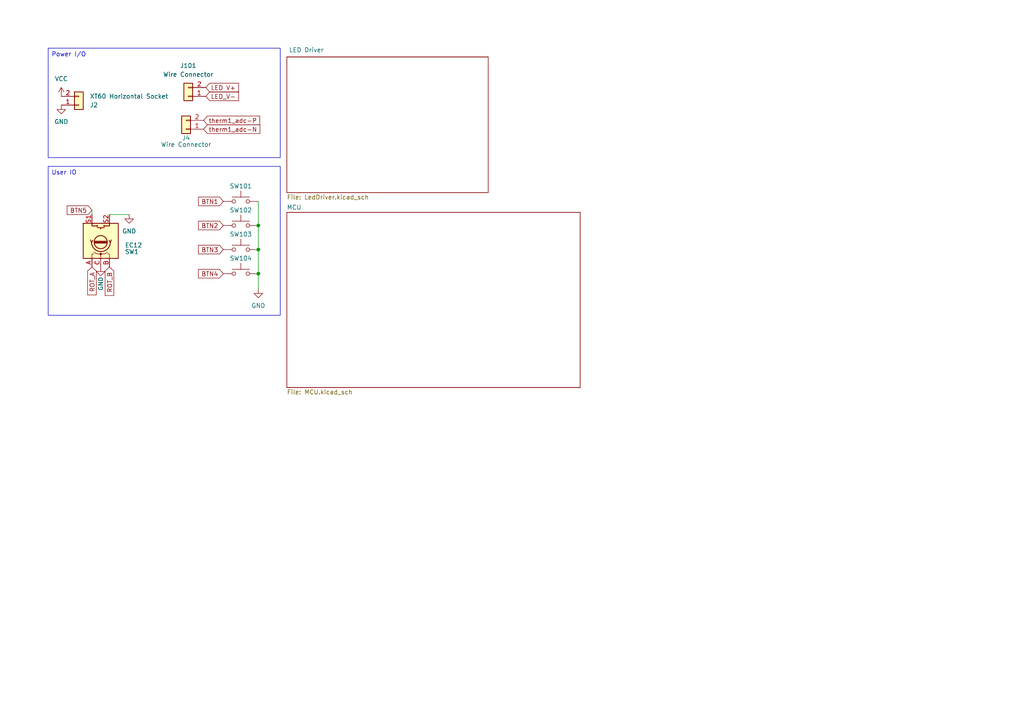
<source format=kicad_sch>
(kicad_sch (version 20231120) (generator "eeschema") (generator_version "8.0")
  (paper "A4")
  (title_block (title "IO, input and PSU") (rev "2many"))
  (lib_symbols
    (symbol "Connector_Generic:Conn_01x02" (pin_names (offset 1.016) hide)
      (property "Reference" "J" (at 0 2.54 0))
      (property "Value" "Conn_01x02" (at 0 -5.08 0))
      (symbol "Conn_01x02_1_1"
        (rectangle (start -1.27 -2.413) (end 0 -2.667) (stroke (width 0.1524)))
        (rectangle (start -1.27 0.127) (end 0 -0.127) (stroke (width 0.1524)))
        (rectangle (start -1.27 1.27) (end 1.27 -3.81) (stroke (width 0.254)) (fill (type background)))
        (pin passive line (at -5.08 0 0) (length 3.81) (name "Pin_1") (number "1"))
        (pin passive line (at -5.08 -2.54 0) (length 3.81) (name "Pin_2") (number "2"))
      )
    )
    (symbol "Device:RotaryEncoder_Switch" (pin_names (offset 0.254) hide)
      (property "Reference" "SW" (at 0 6.604 0))
      (property "Value" "RotaryEncoder_Switch" (at 0 -6.604 0))
      (symbol "RotaryEncoder_Switch_0_1"
        (rectangle (start -5.08 5.08) (end 5.08 -5.08) (stroke (width 0.254)) (fill (type background)))
        (circle (center -3.81 0) (radius 0.254) (fill (type outline)))
        (circle (center -0.381 0) (radius 1.905) (stroke (width 0.254)))
        (arc (start -0.381 2.667) (mid -3.0988 -0.0635) (end -0.381 -2.794) (stroke (width 0.254)))
        (polyline (pts (xy -0.635 -1.778) (xy -0.635 1.778)) (stroke (width 0.254)))
        (polyline (pts (xy -0.381 -1.778) (xy -0.381 1.778)) (stroke (width 0.254)))
        (polyline (pts (xy -0.127 1.778) (xy -0.127 -1.778)) (stroke (width 0.254)))
        (polyline (pts (xy 3.81 0) (xy 3.429 0)) (stroke (width 0.254)))
        (polyline (pts (xy 3.81 1.016) (xy 3.81 -1.016)) (stroke (width 0.254)))
        (polyline (pts (xy -5.08 -2.54) (xy -3.81 -2.54) (xy -3.81 -2.032)))
        (polyline (pts (xy -5.08 2.54) (xy -3.81 2.54) (xy -3.81 2.032)))
        (polyline (pts (xy 0.254 -3.048) (xy -0.508 -2.794) (xy 0.127 -2.413)) (stroke (width 0.254)))
        (polyline (pts (xy 0.254 2.921) (xy -0.508 2.667) (xy 0.127 2.286)) (stroke (width 0.254)))
        (polyline (pts (xy 5.08 -2.54) (xy 4.318 -2.54) (xy 4.318 -1.016)) (stroke (width 0.254)))
        (polyline (pts (xy 5.08 2.54) (xy 4.318 2.54) (xy 4.318 1.016)) (stroke (width 0.254)))
        (polyline (pts (xy -5.08 0) (xy -3.81 0) (xy -3.81 -1.016) (xy -3.302 -2.032)))
        (polyline (pts (xy -4.318 0) (xy -3.81 0) (xy -3.81 1.016) (xy -3.302 2.032)))
        (circle (center 4.318 -1.016) (radius 0.127) (stroke (width 0.254)))
        (circle (center 4.318 1.016) (radius 0.127) (stroke (width 0.254)))
      )
      (symbol "RotaryEncoder_Switch_1_1"
        (pin passive line (at -7.62 2.54 0) (length 2.54) (name "A") (number "A"))
        (pin passive line (at -7.62 -2.54 0) (length 2.54) (name "B") (number "B"))
        (pin passive line (at -7.62 0 0) (length 2.54) (name "C") (number "C"))
        (pin passive line (at 7.62 2.54 180) (length 2.54) (name "S1") (number "S1"))
        (pin passive line (at 7.62 -2.54 180) (length 2.54) (name "S2") (number "S2"))
      )
    )
    (symbol "Switch:SW_Push" (pin_numbers hide) (pin_names (offset 1.016) hide)
      (property "Reference" "SW" (at 1.27 2.54 0))
      (property "Value" "SW_Push" (at 0 -1.524 0))
      (symbol "SW_Push_0_1"
        (circle (center -2.032 0) (radius 0.508))
        (polyline (pts (xy 0 1.27) (xy 0 3.048)))
        (polyline (pts (xy 2.54 1.27) (xy -2.54 1.27)))
        (circle (center 2.032 0) (radius 0.508))
        (pin passive line (at -5.08 0 0) (length 2.54) (name "1") (number "1"))
        (pin passive line (at 5.08 0 180) (length 2.54) (name "2") (number "2"))
      )
    )
    (symbol "power:GND" (power) (pin_names (offset 0))
      (property "Value" "GND" (at 0 -3.81 0))
      (symbol "GND_0_1"
        (polyline (pts (xy 0 0) (xy 0 -1.27) (xy 1.27 -1.27) (xy 0 -2.54) (xy -1.27 -1.27) (xy 0 -1.27)))
      )
      (symbol "GND_1_1"
        (pin power_in line (at 0 0 270) (length 0) hide (name "GND") (number "1"))
      )
    )
    (symbol "power:VCC" (power) (pin_names (offset 0))
      (property "Value" "VCC" (at 0 3.81 0))
      (symbol "VCC_0_1"
        (polyline (pts (xy -0.762 1.27) (xy 0 2.54)))
        (polyline (pts (xy 0 0) (xy 0 2.54)))
        (polyline (pts (xy 0 2.54) (xy 0.762 1.27)))
      )
      (symbol "VCC_1_1"
        (pin power_in line (at 0 0 90) (length 0) hide (name "VCC") (number "1"))
      )
    )
  )
  (junction (at 74.93 72.39))
  (junction (at 74.93 79.375))
  (junction (at 74.93 65.405))
  (wire (pts (xy 37.465 62.23) (xy 31.75 62.23)))
  (wire (pts (xy 74.93 79.375) (xy 74.93 83.82)))
  (wire (pts (xy 74.93 65.405) (xy 74.93 72.39)))
  (wire (pts (xy 74.93 58.42) (xy 74.93 65.405)))
  (wire (pts (xy 74.93 72.39) (xy 74.93 79.375)))
  (wire (pts (xy 26.67 60.96) (xy 26.67 62.23)))
  (text_box "Power I/O" (at 13.97 13.97 0) (size 67.31 31.75) (effects (font (size 1.27 1.27)) (justify left top)))
  (text_box "User IO" (at 13.97 48.26 0) (size 67.31 43.18) (effects (font (size 1.27 1.27)) (justify left top)))
  (global_label "BTN2" (shape input) (at 64.77 65.405 180) (property "Intersheetrefs" "${INTERSHEET_REFS}" (effects (hide yes))))
  (global_label "therm1_adc-N" (shape input) (at 59.055 37.465 0) (property "Intersheetrefs" "${INTERSHEET_REFS}" (effects (hide yes))))
  (global_label "ROT_A" (shape input) (at 26.67 77.47 270) (property "Intersheetrefs" "${INTERSHEET_REFS}" (effects (hide yes))))
  (global_label "BTN1" (shape input) (at 64.77 58.42 180) (property "Intersheetrefs" "${INTERSHEET_REFS}" (effects (hide yes))))
  (global_label "ROT_B" (shape input) (at 31.75 77.47 270) (property "Intersheetrefs" "${INTERSHEET_REFS}" (effects (hide yes))))
  (global_label "BTN4" (shape input) (at 64.77 79.375 180) (property "Intersheetrefs" "${INTERSHEET_REFS}" (effects (hide yes))))
  (global_label "LED_V-" (shape input) (at 59.69 27.94 0) (property "Intersheetrefs" "${INTERSHEET_REFS}" (effects (hide yes))))
  (global_label "therm1_adc-P" (shape input) (at 59.055 34.925 0) (property "Intersheetrefs" "${INTERSHEET_REFS}" (effects (hide yes))))
  (global_label "BTN5" (shape input) (at 26.67 60.96 180) (property "Intersheetrefs" "${INTERSHEET_REFS}" (effects (hide yes))))
  (global_label "BTN3" (shape input) (at 64.77 72.39 180) (property "Intersheetrefs" "${INTERSHEET_REFS}" (effects (hide yes))))
  (global_label "LED V+" (shape input) (at 59.69 25.4 0) (property "Intersheetrefs" "${INTERSHEET_REFS}" (effects (hide yes))))
  (symbol (lib_id "Connector_Generic:Conn_01x02") (at 54.61 27.94 180) (unit 1)
    (property "Reference" "J101" (at 54.61 19.05 0))
    (property "Value" "Wire Connector" (at 54.61 21.59 0))
    (property "Footprint" "Connector_Wire:SolderWire-0.5sqmm_1x02_P4.8mm_D0.9mm_OD2.3mm" (effects (hide yes)))
    (property "Description" "Generic connector, single row, 01x02, script generated (kicad-library-utils/schlib/autogen/connector/)" (effects (hide yes)))
  )
  (symbol (lib_id "power:GND") (at 29.21 77.47 0) (unit 1)
    (property "Reference" "#PWR010" (effects (hide yes)))
    (property "Value" "GND" (at 29.21 82.296 90))
  )
  (symbol (lib_id "Switch:SW_Push") (at 69.85 58.42 0) (unit 1)
    (property "Reference" "SW101" (at 69.85 53.975 0))
    (property "Value" "B3U" (effects (hide yes)))
    (property "Footprint" "Button_Switch_SMD:SW_SPST_B3U-1000P-B" (effects (hide yes)))
  )
  (symbol (lib_id "Switch:SW_Push") (at 69.85 65.405 0) (unit 1)
    (property "Reference" "SW102" (at 69.85 60.96 0))
    (property "Value" "B3U" (effects (hide yes)))
    (property "Footprint" "Button_Switch_SMD:SW_SPST_B3U-1000P-B" (effects (hide yes)))
  )
  (symbol (lib_id "power:GND") (at 74.93 83.82 0) (unit 1)
    (property "Reference" "#PWR0103" (effects (hide yes)))
    (property "Value" "GND" (at 74.93 88.646 0))
  )
  (symbol (lib_id "Connector_Generic:Conn_01x02") (at 53.975 37.465 180) (unit 1)
    (property "Reference" "J4" (at 53.975 40.005 0))
    (property "Value" "Wire Connector" (at 53.975 41.91 0))
    (property "Footprint" "Connector_Wire:SolderWire-0.5sqmm_1x02_P4.8mm_D0.9mm_OD2.3mm" (effects (hide yes)))
    (property "Description" "Generic connector, single row, 01x02, script generated (kicad-library-utils/schlib/autogen/connector/)" (effects (hide yes)))
  )
  (symbol (lib_id "Connector_Generic:Conn_01x02") (at 22.86 30.48 0) (mirror x) (unit 1)
    (property "Reference" "J2" (at 26.035 30.48 0) (effects (justify left)))
    (property "Value" "XT60 Horizontal Socket" (at 26.035 27.94 0) (effects (justify left)))
    (property "Footprint" "Connector_AMASS:AMASS_XT60PW-F_1x02_P7.20mm_Horizontal" (effects (hide yes)))
  )
  (symbol (lib_id "Switch:SW_Push") (at 69.85 72.39 0) (unit 1)
    (property "Reference" "SW103" (at 69.85 67.945 0))
    (property "Value" "B3U" (effects (hide yes)))
    (property "Footprint" "Button_Switch_SMD:SW_SPST_B3U-1000P-B" (effects (hide yes)))
  )
  (symbol (lib_id "power:GND") (at 37.465 62.23 0) (unit 1)
    (property "Reference" "#PWR012" (effects (hide yes)))
    (property "Value" "GND" (at 37.465 67.056 0))
  )
  (symbol (lib_id "Device:RotaryEncoder_Switch") (at 29.21 69.85 90) (unit 1)
    (property "Reference" "SW1" (at 36.195 73.025 90) (effects (justify right)))
    (property "Value" "EC12" (at 36.195 71.12 90) (effects (justify right)))
    (property "Footprint" "Rotary_Encoder:RotaryEncoder_Alps_EC12E-Switch_Vertical_H20mm_CircularMountingHoles" (effects (hide yes)))
  )
  (symbol (lib_id "power:VCC") (at 17.78 27.94 0) (unit 1)
    (property "Reference" "#PWR08" (effects (hide yes)))
    (property "Value" "VCC" (at 17.78 22.86 0))
  )
  (symbol (lib_id "power:GND") (at 17.78 30.48 0) (unit 1)
    (property "Reference" "#PWR09" (effects (hide yes)))
    (property "Value" "GND" (at 17.78 35.306 0))
  )
  (symbol (lib_id "Switch:SW_Push") (at 69.85 79.375 0) (unit 1)
    (property "Reference" "SW104" (at 69.85 74.93 0))
    (property "Value" "B3U" (effects (hide yes)))
    (property "Footprint" "Button_Switch_SMD:SW_SPST_B3U-1000P-B" (effects (hide yes)))
  )
  (sheet (at 83.185 61.595) (size 85.09 50.8) (stroke (width 0.1524))
    (property "Sheetname" "MCU" (at 83.185 60.8834 0) (effects (justify left bottom)))
    (property "Sheetfile" "MCU.kicad_sch" (at 83.185 112.9796 0) (effects (justify left top)))
  )
  (sheet (at 83.185 16.51) (size 58.42 39.37) (stroke (width 0.1524))
    (property "Sheetname" "LED Driver" (at 83.82 15.24 0) (effects (justify left bottom)))
    (property "Sheetfile" "LedDriver.kicad_sch" (at 83.185 56.4646 0) (effects (justify left top)))
  )
)
</source>
